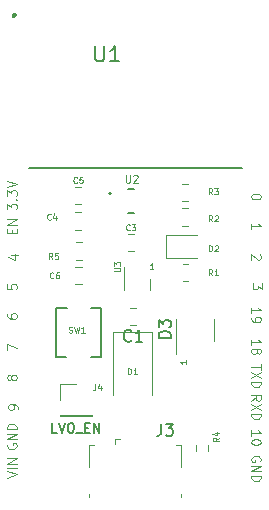
<source format=gbr>
G04 #@! TF.GenerationSoftware,KiCad,Pcbnew,6.0.2+dfsg-1*
G04 #@! TF.CreationDate,2022-02-19T23:14:44+01:00*
G04 #@! TF.ProjectId,e-tinkers-esp32-c3,652d7469-6e6b-4657-9273-2d6573703332,V1.0*
G04 #@! TF.SameCoordinates,Original*
G04 #@! TF.FileFunction,Legend,Top*
G04 #@! TF.FilePolarity,Positive*
%FSLAX46Y46*%
G04 Gerber Fmt 4.6, Leading zero omitted, Abs format (unit mm)*
G04 Created by KiCad (PCBNEW 6.0.2+dfsg-1) date 2022-02-19 23:14:44*
%MOMM*%
%LPD*%
G01*
G04 APERTURE LIST*
%ADD10C,0.120000*%
%ADD11C,0.150000*%
%ADD12C,0.125000*%
%ADD13C,0.100000*%
%ADD14C,0.127000*%
%ADD15C,0.400000*%
%ADD16C,0.200000*%
G04 APERTURE END LIST*
D10*
X197161904Y-108276190D02*
X197961904Y-108009523D01*
X197161904Y-107742857D01*
X197961904Y-107476190D02*
X197161904Y-107476190D01*
X197961904Y-107095238D02*
X197161904Y-107095238D01*
X197961904Y-106638095D01*
X197161904Y-106638095D01*
X198061904Y-102452380D02*
X198061904Y-102300000D01*
X198023809Y-102223809D01*
X197985714Y-102185714D01*
X197871428Y-102109523D01*
X197719047Y-102071428D01*
X197414285Y-102071428D01*
X197338095Y-102109523D01*
X197300000Y-102147619D01*
X197261904Y-102223809D01*
X197261904Y-102376190D01*
X197300000Y-102452380D01*
X197338095Y-102490476D01*
X197414285Y-102528571D01*
X197604761Y-102528571D01*
X197680952Y-102490476D01*
X197719047Y-102452380D01*
X197757142Y-102376190D01*
X197757142Y-102223809D01*
X197719047Y-102147619D01*
X197680952Y-102109523D01*
X197604761Y-102071428D01*
X197504761Y-99876190D02*
X197466666Y-99952380D01*
X197428571Y-99990476D01*
X197352380Y-100028571D01*
X197314285Y-100028571D01*
X197238095Y-99990476D01*
X197200000Y-99952380D01*
X197161904Y-99876190D01*
X197161904Y-99723809D01*
X197200000Y-99647619D01*
X197238095Y-99609523D01*
X197314285Y-99571428D01*
X197352380Y-99571428D01*
X197428571Y-99609523D01*
X197466666Y-99647619D01*
X197504761Y-99723809D01*
X197504761Y-99876190D01*
X197542857Y-99952380D01*
X197580952Y-99990476D01*
X197657142Y-100028571D01*
X197809523Y-100028571D01*
X197885714Y-99990476D01*
X197923809Y-99952380D01*
X197961904Y-99876190D01*
X197961904Y-99723809D01*
X197923809Y-99647619D01*
X197885714Y-99609523D01*
X197809523Y-99571428D01*
X197657142Y-99571428D01*
X197580952Y-99609523D01*
X197542857Y-99647619D01*
X197504761Y-99723809D01*
X197161904Y-97466666D02*
X197161904Y-96933333D01*
X197961904Y-97276190D01*
X197161904Y-94447619D02*
X197161904Y-94600000D01*
X197200000Y-94676190D01*
X197238095Y-94714285D01*
X197352380Y-94790476D01*
X197504761Y-94828571D01*
X197809523Y-94828571D01*
X197885714Y-94790476D01*
X197923809Y-94752380D01*
X197961904Y-94676190D01*
X197961904Y-94523809D01*
X197923809Y-94447619D01*
X197885714Y-94409523D01*
X197809523Y-94371428D01*
X197619047Y-94371428D01*
X197542857Y-94409523D01*
X197504761Y-94447619D01*
X197466666Y-94523809D01*
X197466666Y-94676190D01*
X197504761Y-94752380D01*
X197542857Y-94790476D01*
X197619047Y-94828571D01*
X197161904Y-91909523D02*
X197161904Y-92290476D01*
X197542857Y-92328571D01*
X197504761Y-92290476D01*
X197466666Y-92214285D01*
X197466666Y-92023809D01*
X197504761Y-91947619D01*
X197542857Y-91909523D01*
X197619047Y-91871428D01*
X197809523Y-91871428D01*
X197885714Y-91909523D01*
X197923809Y-91947619D01*
X197961904Y-92023809D01*
X197961904Y-92214285D01*
X197923809Y-92290476D01*
X197885714Y-92328571D01*
X197528571Y-89447619D02*
X198061904Y-89447619D01*
X197223809Y-89638095D02*
X197795238Y-89828571D01*
X197795238Y-89333333D01*
X197542857Y-87590476D02*
X197542857Y-87323809D01*
X197961904Y-87209523D02*
X197961904Y-87590476D01*
X197161904Y-87590476D01*
X197161904Y-87209523D01*
X197961904Y-86866666D02*
X197161904Y-86866666D01*
X197961904Y-86409523D01*
X197161904Y-86409523D01*
X197161904Y-85580952D02*
X197161904Y-85085714D01*
X197466666Y-85352380D01*
X197466666Y-85238095D01*
X197504761Y-85161904D01*
X197542857Y-85123809D01*
X197619047Y-85085714D01*
X197809523Y-85085714D01*
X197885714Y-85123809D01*
X197923809Y-85161904D01*
X197961904Y-85238095D01*
X197961904Y-85466666D01*
X197923809Y-85542857D01*
X197885714Y-85580952D01*
X197885714Y-84742857D02*
X197923809Y-84704761D01*
X197961904Y-84742857D01*
X197923809Y-84780952D01*
X197885714Y-84742857D01*
X197961904Y-84742857D01*
X197161904Y-84438095D02*
X197161904Y-83942857D01*
X197466666Y-84209523D01*
X197466666Y-84095238D01*
X197504761Y-84019047D01*
X197542857Y-83980952D01*
X197619047Y-83942857D01*
X197809523Y-83942857D01*
X197885714Y-83980952D01*
X197923809Y-84019047D01*
X197961904Y-84095238D01*
X197961904Y-84323809D01*
X197923809Y-84400000D01*
X197885714Y-84438095D01*
X197161904Y-83714285D02*
X197961904Y-83447619D01*
X197161904Y-83180952D01*
X218638095Y-84461904D02*
X218638095Y-84538095D01*
X218600000Y-84614285D01*
X218561904Y-84652380D01*
X218485714Y-84690476D01*
X218333333Y-84728571D01*
X218142857Y-84728571D01*
X217990476Y-84690476D01*
X217914285Y-84652380D01*
X217876190Y-84614285D01*
X217838095Y-84538095D01*
X217838095Y-84461904D01*
X217876190Y-84385714D01*
X217914285Y-84347619D01*
X217990476Y-84309523D01*
X218142857Y-84271428D01*
X218333333Y-84271428D01*
X218485714Y-84309523D01*
X218561904Y-84347619D01*
X218600000Y-84385714D01*
X218638095Y-84461904D01*
X217838095Y-87228571D02*
X217838095Y-86771428D01*
X217838095Y-87000000D02*
X218638095Y-87000000D01*
X218523809Y-86923809D01*
X218447619Y-86847619D01*
X218409523Y-86771428D01*
X218561904Y-89371428D02*
X218600000Y-89409523D01*
X218638095Y-89485714D01*
X218638095Y-89676190D01*
X218600000Y-89752380D01*
X218561904Y-89790476D01*
X218485714Y-89828571D01*
X218409523Y-89828571D01*
X218295238Y-89790476D01*
X217838095Y-89333333D01*
X217838095Y-89828571D01*
X218738095Y-91833333D02*
X218738095Y-92328571D01*
X218433333Y-92061904D01*
X218433333Y-92176190D01*
X218395238Y-92252380D01*
X218357142Y-92290476D01*
X218280952Y-92328571D01*
X218090476Y-92328571D01*
X218014285Y-92290476D01*
X217976190Y-92252380D01*
X217938095Y-92176190D01*
X217938095Y-91947619D01*
X217976190Y-91871428D01*
X218014285Y-91833333D01*
X217838095Y-94347619D02*
X217838095Y-93890476D01*
X217838095Y-94119047D02*
X218638095Y-94119047D01*
X218523809Y-94042857D01*
X218447619Y-93966666D01*
X218409523Y-93890476D01*
X217838095Y-94728571D02*
X217838095Y-94880952D01*
X217876190Y-94957142D01*
X217914285Y-94995238D01*
X218028571Y-95071428D01*
X218180952Y-95109523D01*
X218485714Y-95109523D01*
X218561904Y-95071428D01*
X218600000Y-95033333D01*
X218638095Y-94957142D01*
X218638095Y-94804761D01*
X218600000Y-94728571D01*
X218561904Y-94690476D01*
X218485714Y-94652380D01*
X218295238Y-94652380D01*
X218219047Y-94690476D01*
X218180952Y-94728571D01*
X218142857Y-94804761D01*
X218142857Y-94957142D01*
X218180952Y-95033333D01*
X218219047Y-95071428D01*
X218295238Y-95109523D01*
X217838095Y-97047619D02*
X217838095Y-96590476D01*
X217838095Y-96819047D02*
X218638095Y-96819047D01*
X218523809Y-96742857D01*
X218447619Y-96666666D01*
X218409523Y-96590476D01*
X218295238Y-97504761D02*
X218333333Y-97428571D01*
X218371428Y-97390476D01*
X218447619Y-97352380D01*
X218485714Y-97352380D01*
X218561904Y-97390476D01*
X218600000Y-97428571D01*
X218638095Y-97504761D01*
X218638095Y-97657142D01*
X218600000Y-97733333D01*
X218561904Y-97771428D01*
X218485714Y-97809523D01*
X218447619Y-97809523D01*
X218371428Y-97771428D01*
X218333333Y-97733333D01*
X218295238Y-97657142D01*
X218295238Y-97504761D01*
X218257142Y-97428571D01*
X218219047Y-97390476D01*
X218142857Y-97352380D01*
X217990476Y-97352380D01*
X217914285Y-97390476D01*
X217876190Y-97428571D01*
X217838095Y-97504761D01*
X217838095Y-97657142D01*
X217876190Y-97733333D01*
X217914285Y-97771428D01*
X217990476Y-97809523D01*
X218142857Y-97809523D01*
X218219047Y-97771428D01*
X218257142Y-97733333D01*
X218295238Y-97657142D01*
X218638095Y-98690476D02*
X218638095Y-99147619D01*
X217838095Y-98919047D02*
X218638095Y-98919047D01*
X218638095Y-99338095D02*
X217838095Y-99871428D01*
X218638095Y-99871428D02*
X217838095Y-99338095D01*
X217838095Y-100176190D02*
X218638095Y-100176190D01*
X218638095Y-100366666D01*
X218600000Y-100480952D01*
X218523809Y-100557142D01*
X218447619Y-100595238D01*
X218295238Y-100633333D01*
X218180952Y-100633333D01*
X218028571Y-100595238D01*
X217952380Y-100557142D01*
X217876190Y-100480952D01*
X217838095Y-100366666D01*
X217838095Y-100176190D01*
X217838095Y-101766666D02*
X218219047Y-101500000D01*
X217838095Y-101309523D02*
X218638095Y-101309523D01*
X218638095Y-101614285D01*
X218600000Y-101690476D01*
X218561904Y-101728571D01*
X218485714Y-101766666D01*
X218371428Y-101766666D01*
X218295238Y-101728571D01*
X218257142Y-101690476D01*
X218219047Y-101614285D01*
X218219047Y-101309523D01*
X218638095Y-102033333D02*
X217838095Y-102566666D01*
X218638095Y-102566666D02*
X217838095Y-102033333D01*
X217838095Y-102871428D02*
X218638095Y-102871428D01*
X218638095Y-103061904D01*
X218600000Y-103176190D01*
X218523809Y-103252380D01*
X218447619Y-103290476D01*
X218295238Y-103328571D01*
X218180952Y-103328571D01*
X218028571Y-103290476D01*
X217952380Y-103252380D01*
X217876190Y-103176190D01*
X217838095Y-103061904D01*
X217838095Y-102871428D01*
X217838095Y-104747619D02*
X217838095Y-104290476D01*
X217838095Y-104519047D02*
X218638095Y-104519047D01*
X218523809Y-104442857D01*
X218447619Y-104366666D01*
X218409523Y-104290476D01*
X218638095Y-105242857D02*
X218638095Y-105319047D01*
X218600000Y-105395238D01*
X218561904Y-105433333D01*
X218485714Y-105471428D01*
X218333333Y-105509523D01*
X218142857Y-105509523D01*
X217990476Y-105471428D01*
X217914285Y-105433333D01*
X217876190Y-105395238D01*
X217838095Y-105319047D01*
X217838095Y-105242857D01*
X217876190Y-105166666D01*
X217914285Y-105128571D01*
X217990476Y-105090476D01*
X218142857Y-105052380D01*
X218333333Y-105052380D01*
X218485714Y-105090476D01*
X218561904Y-105128571D01*
X218600000Y-105166666D01*
X218638095Y-105242857D01*
X218600000Y-106890476D02*
X218638095Y-106814285D01*
X218638095Y-106700000D01*
X218600000Y-106585714D01*
X218523809Y-106509523D01*
X218447619Y-106471428D01*
X218295238Y-106433333D01*
X218180952Y-106433333D01*
X218028571Y-106471428D01*
X217952380Y-106509523D01*
X217876190Y-106585714D01*
X217838095Y-106700000D01*
X217838095Y-106776190D01*
X217876190Y-106890476D01*
X217914285Y-106928571D01*
X218180952Y-106928571D01*
X218180952Y-106776190D01*
X217838095Y-107271428D02*
X218638095Y-107271428D01*
X217838095Y-107728571D01*
X218638095Y-107728571D01*
X217838095Y-108109523D02*
X218638095Y-108109523D01*
X218638095Y-108300000D01*
X218600000Y-108414285D01*
X218523809Y-108490476D01*
X218447619Y-108528571D01*
X218295238Y-108566666D01*
X218180952Y-108566666D01*
X218028571Y-108528571D01*
X217952380Y-108490476D01*
X217876190Y-108414285D01*
X217838095Y-108300000D01*
X217838095Y-108109523D01*
X197200000Y-105409523D02*
X197161904Y-105485714D01*
X197161904Y-105600000D01*
X197200000Y-105714285D01*
X197276190Y-105790476D01*
X197352380Y-105828571D01*
X197504761Y-105866666D01*
X197619047Y-105866666D01*
X197771428Y-105828571D01*
X197847619Y-105790476D01*
X197923809Y-105714285D01*
X197961904Y-105600000D01*
X197961904Y-105523809D01*
X197923809Y-105409523D01*
X197885714Y-105371428D01*
X197619047Y-105371428D01*
X197619047Y-105523809D01*
X197961904Y-105028571D02*
X197161904Y-105028571D01*
X197961904Y-104571428D01*
X197161904Y-104571428D01*
X197961904Y-104190476D02*
X197161904Y-104190476D01*
X197161904Y-104000000D01*
X197200000Y-103885714D01*
X197276190Y-103809523D01*
X197352380Y-103771428D01*
X197504761Y-103733333D01*
X197619047Y-103733333D01*
X197771428Y-103771428D01*
X197847619Y-103809523D01*
X197923809Y-103885714D01*
X197961904Y-104000000D01*
X197961904Y-104190476D01*
D11*
X201371000Y-104469904D02*
X200990047Y-104469904D01*
X200990047Y-103669904D01*
X201523380Y-103669904D02*
X201790047Y-104469904D01*
X202056714Y-103669904D01*
X202475761Y-103669904D02*
X202628142Y-103669904D01*
X202704333Y-103708000D01*
X202780523Y-103784190D01*
X202818619Y-103936571D01*
X202818619Y-104203238D01*
X202780523Y-104355619D01*
X202704333Y-104431809D01*
X202628142Y-104469904D01*
X202475761Y-104469904D01*
X202399571Y-104431809D01*
X202323380Y-104355619D01*
X202285285Y-104203238D01*
X202285285Y-103936571D01*
X202323380Y-103784190D01*
X202399571Y-103708000D01*
X202475761Y-103669904D01*
X202971000Y-104546095D02*
X203580523Y-104546095D01*
X203771000Y-104050857D02*
X204037666Y-104050857D01*
X204151952Y-104469904D02*
X203771000Y-104469904D01*
X203771000Y-103669904D01*
X204151952Y-103669904D01*
X204494809Y-104469904D02*
X204494809Y-103669904D01*
X204951952Y-104469904D01*
X204951952Y-103669904D01*
D12*
X209542857Y-90626190D02*
X209257142Y-90626190D01*
X209400000Y-90626190D02*
X209400000Y-90126190D01*
X209352380Y-90197619D01*
X209304761Y-90245238D01*
X209257142Y-90269047D01*
X212326190Y-98357142D02*
X212326190Y-98642857D01*
X212326190Y-98500000D02*
X211826190Y-98500000D01*
X211897619Y-98547619D01*
X211945238Y-98595238D01*
X211969047Y-98642857D01*
D13*
X207542666Y-87300571D02*
X207518857Y-87324380D01*
X207447428Y-87348190D01*
X207399809Y-87348190D01*
X207328380Y-87324380D01*
X207280761Y-87276761D01*
X207256952Y-87229142D01*
X207233142Y-87133904D01*
X207233142Y-87062476D01*
X207256952Y-86967238D01*
X207280761Y-86919619D01*
X207328380Y-86872000D01*
X207399809Y-86848190D01*
X207447428Y-86848190D01*
X207518857Y-86872000D01*
X207542666Y-86895809D01*
X207709333Y-86848190D02*
X208018857Y-86848190D01*
X207852190Y-87038666D01*
X207923619Y-87038666D01*
X207971238Y-87062476D01*
X207995047Y-87086285D01*
X208018857Y-87133904D01*
X208018857Y-87252952D01*
X207995047Y-87300571D01*
X207971238Y-87324380D01*
X207923619Y-87348190D01*
X207780761Y-87348190D01*
X207733142Y-87324380D01*
X207709333Y-87300571D01*
X200863666Y-86397571D02*
X200839857Y-86421380D01*
X200768428Y-86445190D01*
X200720809Y-86445190D01*
X200649380Y-86421380D01*
X200601761Y-86373761D01*
X200577952Y-86326142D01*
X200554142Y-86230904D01*
X200554142Y-86159476D01*
X200577952Y-86064238D01*
X200601761Y-86016619D01*
X200649380Y-85969000D01*
X200720809Y-85945190D01*
X200768428Y-85945190D01*
X200839857Y-85969000D01*
X200863666Y-85992809D01*
X201292238Y-86111857D02*
X201292238Y-86445190D01*
X201173190Y-85921380D02*
X201054142Y-86278523D01*
X201363666Y-86278523D01*
X203077666Y-83294571D02*
X203053857Y-83318380D01*
X202982428Y-83342190D01*
X202934809Y-83342190D01*
X202863380Y-83318380D01*
X202815761Y-83270761D01*
X202791952Y-83223142D01*
X202768142Y-83127904D01*
X202768142Y-83056476D01*
X202791952Y-82961238D01*
X202815761Y-82913619D01*
X202863380Y-82866000D01*
X202934809Y-82842190D01*
X202982428Y-82842190D01*
X203053857Y-82866000D01*
X203077666Y-82889809D01*
X203530047Y-82842190D02*
X203291952Y-82842190D01*
X203268142Y-83080285D01*
X203291952Y-83056476D01*
X203339571Y-83032666D01*
X203458619Y-83032666D01*
X203506238Y-83056476D01*
X203530047Y-83080285D01*
X203553857Y-83127904D01*
X203553857Y-83246952D01*
X203530047Y-83294571D01*
X203506238Y-83318380D01*
X203458619Y-83342190D01*
X203339571Y-83342190D01*
X203291952Y-83318380D01*
X203268142Y-83294571D01*
X201084666Y-91364571D02*
X201060857Y-91388380D01*
X200989428Y-91412190D01*
X200941809Y-91412190D01*
X200870380Y-91388380D01*
X200822761Y-91340761D01*
X200798952Y-91293142D01*
X200775142Y-91197904D01*
X200775142Y-91126476D01*
X200798952Y-91031238D01*
X200822761Y-90983619D01*
X200870380Y-90936000D01*
X200941809Y-90912190D01*
X200989428Y-90912190D01*
X201060857Y-90936000D01*
X201084666Y-90959809D01*
X201513238Y-90912190D02*
X201418000Y-90912190D01*
X201370380Y-90936000D01*
X201346571Y-90959809D01*
X201298952Y-91031238D01*
X201275142Y-91126476D01*
X201275142Y-91316952D01*
X201298952Y-91364571D01*
X201322761Y-91388380D01*
X201370380Y-91412190D01*
X201465619Y-91412190D01*
X201513238Y-91388380D01*
X201537047Y-91364571D01*
X201560857Y-91316952D01*
X201560857Y-91197904D01*
X201537047Y-91150285D01*
X201513238Y-91126476D01*
X201465619Y-91102666D01*
X201370380Y-91102666D01*
X201322761Y-91126476D01*
X201298952Y-91150285D01*
X201275142Y-91197904D01*
X207402952Y-99540190D02*
X207402952Y-99040190D01*
X207522000Y-99040190D01*
X207593428Y-99064000D01*
X207641047Y-99111619D01*
X207664857Y-99159238D01*
X207688666Y-99254476D01*
X207688666Y-99325904D01*
X207664857Y-99421142D01*
X207641047Y-99468761D01*
X207593428Y-99516380D01*
X207522000Y-99540190D01*
X207402952Y-99540190D01*
X208164857Y-99540190D02*
X207879142Y-99540190D01*
X208022000Y-99540190D02*
X208022000Y-99040190D01*
X207974380Y-99111619D01*
X207926761Y-99159238D01*
X207879142Y-99183047D01*
X214546666Y-91158190D02*
X214380000Y-90920095D01*
X214260952Y-91158190D02*
X214260952Y-90658190D01*
X214451428Y-90658190D01*
X214499047Y-90682000D01*
X214522857Y-90705809D01*
X214546666Y-90753428D01*
X214546666Y-90824857D01*
X214522857Y-90872476D01*
X214499047Y-90896285D01*
X214451428Y-90920095D01*
X214260952Y-90920095D01*
X215022857Y-91158190D02*
X214737142Y-91158190D01*
X214880000Y-91158190D02*
X214880000Y-90658190D01*
X214832380Y-90729619D01*
X214784761Y-90777238D01*
X214737142Y-90801047D01*
X214546666Y-86586190D02*
X214380000Y-86348095D01*
X214260952Y-86586190D02*
X214260952Y-86086190D01*
X214451428Y-86086190D01*
X214499047Y-86110000D01*
X214522857Y-86133809D01*
X214546666Y-86181428D01*
X214546666Y-86252857D01*
X214522857Y-86300476D01*
X214499047Y-86324285D01*
X214451428Y-86348095D01*
X214260952Y-86348095D01*
X214737142Y-86133809D02*
X214760952Y-86110000D01*
X214808571Y-86086190D01*
X214927619Y-86086190D01*
X214975238Y-86110000D01*
X214999047Y-86133809D01*
X215022857Y-86181428D01*
X215022857Y-86229047D01*
X214999047Y-86300476D01*
X214713333Y-86586190D01*
X215022857Y-86586190D01*
X214546666Y-84300190D02*
X214380000Y-84062095D01*
X214260952Y-84300190D02*
X214260952Y-83800190D01*
X214451428Y-83800190D01*
X214499047Y-83824000D01*
X214522857Y-83847809D01*
X214546666Y-83895428D01*
X214546666Y-83966857D01*
X214522857Y-84014476D01*
X214499047Y-84038285D01*
X214451428Y-84062095D01*
X214260952Y-84062095D01*
X214713333Y-83800190D02*
X215022857Y-83800190D01*
X214856190Y-83990666D01*
X214927619Y-83990666D01*
X214975238Y-84014476D01*
X214999047Y-84038285D01*
X215022857Y-84085904D01*
X215022857Y-84204952D01*
X214999047Y-84252571D01*
X214975238Y-84276380D01*
X214927619Y-84300190D01*
X214784761Y-84300190D01*
X214737142Y-84276380D01*
X214713333Y-84252571D01*
X201003666Y-89781190D02*
X200837000Y-89543095D01*
X200717952Y-89781190D02*
X200717952Y-89281190D01*
X200908428Y-89281190D01*
X200956047Y-89305000D01*
X200979857Y-89328809D01*
X201003666Y-89376428D01*
X201003666Y-89447857D01*
X200979857Y-89495476D01*
X200956047Y-89519285D01*
X200908428Y-89543095D01*
X200717952Y-89543095D01*
X201456047Y-89281190D02*
X201217952Y-89281190D01*
X201194142Y-89519285D01*
X201217952Y-89495476D01*
X201265571Y-89471666D01*
X201384619Y-89471666D01*
X201432238Y-89495476D01*
X201456047Y-89519285D01*
X201479857Y-89566904D01*
X201479857Y-89685952D01*
X201456047Y-89733571D01*
X201432238Y-89757380D01*
X201384619Y-89781190D01*
X201265571Y-89781190D01*
X201217952Y-89757380D01*
X201194142Y-89733571D01*
X202389333Y-95987380D02*
X202460761Y-96011190D01*
X202579809Y-96011190D01*
X202627428Y-95987380D01*
X202651238Y-95963571D01*
X202675047Y-95915952D01*
X202675047Y-95868333D01*
X202651238Y-95820714D01*
X202627428Y-95796904D01*
X202579809Y-95773095D01*
X202484571Y-95749285D01*
X202436952Y-95725476D01*
X202413142Y-95701666D01*
X202389333Y-95654047D01*
X202389333Y-95606428D01*
X202413142Y-95558809D01*
X202436952Y-95535000D01*
X202484571Y-95511190D01*
X202603619Y-95511190D01*
X202675047Y-95535000D01*
X202841714Y-95511190D02*
X202960761Y-96011190D01*
X203056000Y-95654047D01*
X203151238Y-96011190D01*
X203270285Y-95511190D01*
X203722666Y-96011190D02*
X203436952Y-96011190D01*
X203579809Y-96011190D02*
X203579809Y-95511190D01*
X203532190Y-95582619D01*
X203484571Y-95630238D01*
X203436952Y-95654047D01*
X214260952Y-89126190D02*
X214260952Y-88626190D01*
X214380000Y-88626190D01*
X214451428Y-88650000D01*
X214499047Y-88697619D01*
X214522857Y-88745238D01*
X214546666Y-88840476D01*
X214546666Y-88911904D01*
X214522857Y-89007142D01*
X214499047Y-89054761D01*
X214451428Y-89102380D01*
X214380000Y-89126190D01*
X214260952Y-89126190D01*
X214737142Y-88673809D02*
X214760952Y-88650000D01*
X214808571Y-88626190D01*
X214927619Y-88626190D01*
X214975238Y-88650000D01*
X214999047Y-88673809D01*
X215022857Y-88721428D01*
X215022857Y-88769047D01*
X214999047Y-88840476D01*
X214713333Y-89126190D01*
X215022857Y-89126190D01*
X206228190Y-90804952D02*
X206632952Y-90804952D01*
X206680571Y-90781142D01*
X206704380Y-90757333D01*
X206728190Y-90709714D01*
X206728190Y-90614476D01*
X206704380Y-90566857D01*
X206680571Y-90543047D01*
X206632952Y-90519238D01*
X206228190Y-90519238D01*
X206228190Y-90328761D02*
X206228190Y-90019238D01*
X206418666Y-90185904D01*
X206418666Y-90114476D01*
X206442476Y-90066857D01*
X206466285Y-90043047D01*
X206513904Y-90019238D01*
X206632952Y-90019238D01*
X206680571Y-90043047D01*
X206704380Y-90066857D01*
X206728190Y-90114476D01*
X206728190Y-90257333D01*
X206704380Y-90304952D01*
X206680571Y-90328761D01*
X204633333Y-100372190D02*
X204633333Y-100729333D01*
X204609523Y-100800761D01*
X204561904Y-100848380D01*
X204490476Y-100872190D01*
X204442857Y-100872190D01*
X205085714Y-100538857D02*
X205085714Y-100872190D01*
X204966666Y-100348380D02*
X204847619Y-100705523D01*
X205157142Y-100705523D01*
D11*
X211001380Y-96461095D02*
X210001380Y-96461095D01*
X210001380Y-96223000D01*
X210049000Y-96080142D01*
X210144238Y-95984904D01*
X210239476Y-95937285D01*
X210429952Y-95889666D01*
X210572809Y-95889666D01*
X210763285Y-95937285D01*
X210858523Y-95984904D01*
X210953761Y-96080142D01*
X211001380Y-96223000D01*
X211001380Y-96461095D01*
X210001380Y-95556333D02*
X210001380Y-94937285D01*
X210382333Y-95270619D01*
X210382333Y-95127761D01*
X210429952Y-95032523D01*
X210477571Y-94984904D01*
X210572809Y-94937285D01*
X210810904Y-94937285D01*
X210906142Y-94984904D01*
X210953761Y-95032523D01*
X211001380Y-95127761D01*
X211001380Y-95413476D01*
X210953761Y-95508714D01*
X210906142Y-95556333D01*
X207670333Y-96673142D02*
X207622714Y-96720761D01*
X207479857Y-96768380D01*
X207384619Y-96768380D01*
X207241761Y-96720761D01*
X207146523Y-96625523D01*
X207098904Y-96530285D01*
X207051285Y-96339809D01*
X207051285Y-96196952D01*
X207098904Y-96006476D01*
X207146523Y-95911238D01*
X207241761Y-95816000D01*
X207384619Y-95768380D01*
X207479857Y-95768380D01*
X207622714Y-95816000D01*
X207670333Y-95863619D01*
X208622714Y-96768380D02*
X208051285Y-96768380D01*
X208337000Y-96768380D02*
X208337000Y-95768380D01*
X208241761Y-95911238D01*
X208146523Y-96006476D01*
X208051285Y-96054095D01*
X204638380Y-71775523D02*
X204638380Y-72803619D01*
X204698857Y-72924571D01*
X204759333Y-72985047D01*
X204880285Y-73045523D01*
X205122190Y-73045523D01*
X205243142Y-72985047D01*
X205303619Y-72924571D01*
X205364095Y-72803619D01*
X205364095Y-71775523D01*
X206634095Y-73045523D02*
X205908380Y-73045523D01*
X206271238Y-73045523D02*
X206271238Y-71775523D01*
X206150285Y-71956952D01*
X206029333Y-72077904D01*
X205908380Y-72138380D01*
D13*
X207204380Y-82660123D02*
X207204380Y-83178219D01*
X207234857Y-83239171D01*
X207265333Y-83269647D01*
X207326285Y-83300123D01*
X207448190Y-83300123D01*
X207509142Y-83269647D01*
X207539619Y-83239171D01*
X207570095Y-83178219D01*
X207570095Y-82660123D01*
X207844380Y-82721076D02*
X207874857Y-82690600D01*
X207935809Y-82660123D01*
X208088190Y-82660123D01*
X208149142Y-82690600D01*
X208179619Y-82721076D01*
X208210095Y-82782028D01*
X208210095Y-82842980D01*
X208179619Y-82934409D01*
X207813904Y-83300123D01*
X208210095Y-83300123D01*
X215068190Y-104896333D02*
X214830095Y-105063000D01*
X215068190Y-105182047D02*
X214568190Y-105182047D01*
X214568190Y-104991571D01*
X214592000Y-104943952D01*
X214615809Y-104920142D01*
X214663428Y-104896333D01*
X214734857Y-104896333D01*
X214782476Y-104920142D01*
X214806285Y-104943952D01*
X214830095Y-104991571D01*
X214830095Y-105182047D01*
X214734857Y-104467761D02*
X215068190Y-104467761D01*
X214544380Y-104586809D02*
X214901523Y-104705857D01*
X214901523Y-104396333D01*
D11*
X210204666Y-103729380D02*
X210204666Y-104443666D01*
X210157047Y-104586523D01*
X210061809Y-104681761D01*
X209918952Y-104729380D01*
X209823714Y-104729380D01*
X210585619Y-103729380D02*
X211204666Y-103729380D01*
X210871333Y-104110333D01*
X211014190Y-104110333D01*
X211109428Y-104157952D01*
X211157047Y-104205571D01*
X211204666Y-104300809D01*
X211204666Y-104538904D01*
X211157047Y-104634142D01*
X211109428Y-104681761D01*
X211014190Y-104729380D01*
X210728476Y-104729380D01*
X210633238Y-104681761D01*
X210585619Y-104634142D01*
D10*
X207887252Y-89127000D02*
X207364748Y-89127000D01*
X207887252Y-87657000D02*
X207364748Y-87657000D01*
X202930498Y-85821250D02*
X203453002Y-85821250D01*
X202930498Y-87291250D02*
X203453002Y-87291250D01*
X202930498Y-85131250D02*
X203453002Y-85131250D01*
X202930498Y-83661250D02*
X203453002Y-83661250D01*
X202938748Y-91921000D02*
X203461252Y-91921000D01*
X202938748Y-90451000D02*
X203461252Y-90451000D01*
X209422000Y-95914000D02*
X206122000Y-95914000D01*
X206122000Y-95914000D02*
X206122000Y-101314000D01*
X209422000Y-95914000D02*
X209422000Y-101314000D01*
X212038436Y-91632500D02*
X212492564Y-91632500D01*
X212038436Y-90162500D02*
X212492564Y-90162500D01*
X212444064Y-86968000D02*
X211989936Y-86968000D01*
X212444064Y-85498000D02*
X211989936Y-85498000D01*
X211989936Y-84857006D02*
X212444064Y-84857006D01*
X211989936Y-83387006D02*
X212444064Y-83387006D01*
X203472814Y-89831250D02*
X203018686Y-89831250D01*
X203472814Y-88361250D02*
X203018686Y-88361250D01*
D14*
X205100000Y-98112000D02*
X205100000Y-93912000D01*
X205100000Y-93912000D02*
X204230000Y-93912000D01*
X201300000Y-98112000D02*
X201300000Y-93912000D01*
X202170000Y-98112000D02*
X201300000Y-98112000D01*
X204230000Y-98112000D02*
X205100000Y-98112000D01*
X201330000Y-93912000D02*
X202200000Y-93912000D01*
D10*
X213265500Y-87778500D02*
X210580500Y-87778500D01*
X210580500Y-89698500D02*
X213265500Y-89698500D01*
X210580500Y-87778500D02*
X210580500Y-89698500D01*
X209244000Y-91440000D02*
X209244000Y-92440000D01*
X207024000Y-90440000D02*
X207024000Y-92440000D01*
X201670000Y-102970000D02*
X204330000Y-102970000D01*
X204330000Y-102970000D02*
X204330000Y-103030000D01*
X201670000Y-101700000D02*
X201670000Y-100370000D01*
X201670000Y-100370000D02*
X203000000Y-100370000D01*
X201670000Y-102970000D02*
X201670000Y-103030000D01*
X201670000Y-103030000D02*
X204330000Y-103030000D01*
X211484000Y-94877000D02*
X211484000Y-97827000D01*
X214704000Y-96677000D02*
X214704000Y-94877000D01*
X208098252Y-95371000D02*
X207575748Y-95371000D01*
X208098252Y-93901000D02*
X207575748Y-93901000D01*
D14*
X199026000Y-82041000D02*
X217026000Y-82041000D01*
D15*
X197776000Y-69141000D02*
G75*
G03*
X197776000Y-69141000I-50000J0D01*
G01*
D14*
X207415000Y-85867000D02*
X207905000Y-85867000D01*
X207415000Y-83867000D02*
X207905000Y-83867000D01*
D16*
X205990000Y-84237000D02*
G75*
G03*
X205990000Y-84237000I-100000J0D01*
G01*
D10*
X213166500Y-105993258D02*
X213166500Y-105518742D01*
X214211500Y-105993258D02*
X214211500Y-105518742D01*
X206300000Y-104987500D02*
X206750000Y-104987500D01*
X204100000Y-105537500D02*
X204550000Y-105537500D01*
X204100000Y-107387500D02*
X204100000Y-105537500D01*
X206300000Y-104987500D02*
X206300000Y-105437500D01*
X204100000Y-109937500D02*
X204100000Y-109687500D01*
X211900000Y-107387500D02*
X211900000Y-105537500D01*
X211900000Y-109937500D02*
X211900000Y-109687500D01*
X211900000Y-105537500D02*
X211450000Y-105537500D01*
M02*

</source>
